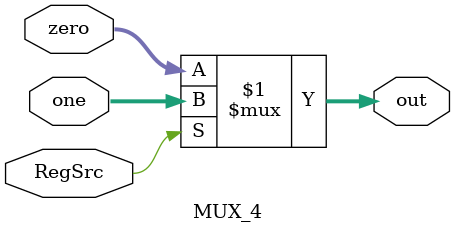
<source format=sv>
module MUX_4(
	input logic RegSrc,
	input logic [3:0] one, zero,
	output logic [3:0] out
);
	assign out = RegSrc ? one : zero; 
endmodule
</source>
